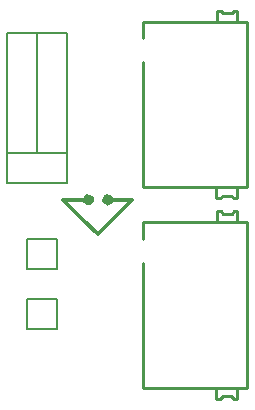
<source format=gto>
G04 Layer: TopSilkscreenLayer*
G04 EasyEDA v6.5.39, 2024-01-09 17:58:11*
G04 1731ee7187ce4ff3998c1f3127dcefb7,7c1e8d740ba24e6f83eb2d53d3341807,10*
G04 Gerber Generator version 0.2*
G04 Scale: 100 percent, Rotated: No, Reflected: No *
G04 Dimensions in millimeters *
G04 leading zeros omitted , absolute positions ,4 integer and 5 decimal *
%FSLAX45Y45*%
%MOMM*%

%ADD10C,0.3500*%
%ADD11C,0.2032*%
%ADD12C,0.2030*%
%ADD13C,0.2540*%
%ADD14C,0.7500*%

%LPD*%
D10*
X2489200Y25400D02*
G01*
X2694942Y25400D01*
X2407922Y-261622D01*
X2324100Y25400D02*
G01*
X2108200Y25400D01*
X2276607Y-142999D01*
X2408021Y-261622D01*
D11*
X2146300Y419100D02*
G01*
X2146300Y167639D01*
X1638300Y167639D01*
X1638300Y419100D01*
X2146300Y419100D01*
X1638297Y1435097D02*
G01*
X1892297Y1435097D01*
X1892297Y419097D01*
X1638297Y419097D01*
X1638297Y609597D01*
D12*
X1638297Y1435097D02*
G01*
X1638297Y609597D01*
D11*
X2146300Y419100D02*
G01*
X1892300Y419100D01*
X1892300Y1435100D01*
X2146300Y1435100D01*
X2146300Y1244600D01*
D12*
X2146300Y419100D02*
G01*
X2146300Y1244600D01*
D11*
X2057400Y-1066800D02*
G01*
X1803400Y-1066800D01*
X1803400Y-812800D01*
X2057400Y-812800D01*
X2057400Y-1003300D01*
D12*
X2057400Y-1066800D02*
G01*
X2057400Y-1003300D01*
D11*
X2057400Y-558800D02*
G01*
X1803400Y-558800D01*
X1803400Y-304800D01*
X2057400Y-304800D01*
X2057400Y-495300D01*
D12*
X2057400Y-558800D02*
G01*
X2057400Y-495300D01*
D13*
X2790482Y1533438D02*
G01*
X2790482Y1391157D01*
X2790482Y1533438D02*
G01*
X3670592Y1533438D01*
X3670592Y133390D01*
X2790482Y133390D01*
X2790494Y1113840D02*
G01*
X2790494Y1188839D01*
X3413493Y1532003D02*
G01*
X3413493Y1625511D01*
X3448133Y1625511D01*
X3468133Y1605506D01*
X3522131Y1605506D01*
X3538634Y1605506D01*
X3558631Y1625511D01*
X3585631Y1625511D01*
X3585631Y1532003D01*
X3408857Y133507D02*
G01*
X3408857Y40007D01*
X3443493Y40007D01*
X3463493Y60007D01*
X3517493Y60007D01*
X3533993Y60007D01*
X3553993Y40007D01*
X3580993Y40007D01*
X3580993Y133507D01*
X2790494Y1113840D02*
G01*
X2790494Y134505D01*
X2790482Y-166557D02*
G01*
X2790482Y-308838D01*
X2790482Y-166557D02*
G01*
X3670592Y-166557D01*
X3670592Y-1566605D01*
X2790482Y-1566605D01*
X2790494Y-586155D02*
G01*
X2790494Y-511157D01*
X3413493Y-167993D02*
G01*
X3413493Y-74485D01*
X3448133Y-74485D01*
X3468133Y-94490D01*
X3522131Y-94490D01*
X3538634Y-94490D01*
X3558631Y-74485D01*
X3585631Y-74485D01*
X3585631Y-167993D01*
X3408857Y-1566489D02*
G01*
X3408857Y-1659989D01*
X3443493Y-1659989D01*
X3463493Y-1639989D01*
X3517493Y-1639989D01*
X3533993Y-1639989D01*
X3553993Y-1659989D01*
X3580993Y-1659989D01*
X3580993Y-1566489D01*
X2790494Y-586155D02*
G01*
X2790494Y-1565490D01*
D14*
G75*
G01
X2501826Y25405D02*
G03X2501826Y25405I-12700J0D01*
G75*
G01
X2336726Y25405D02*
G03X2336726Y25405I-12700J0D01*
M02*

</source>
